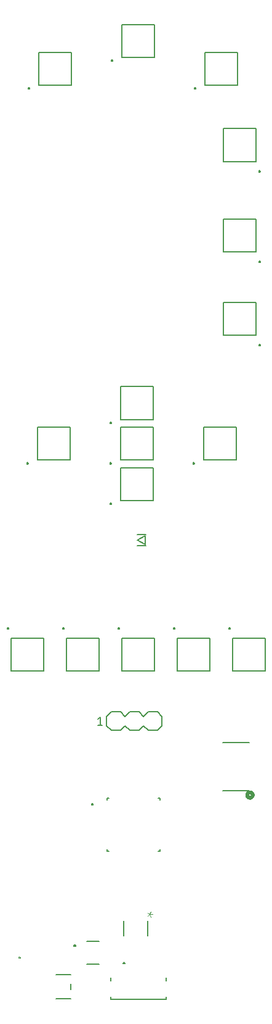
<source format=gbr>
G04 EAGLE Gerber RS-274X export*
G75*
%MOMM*%
%FSLAX34Y34*%
%LPD*%
%INSilkscreen Top*%
%IPPOS*%
%AMOC8*
5,1,8,0,0,1.08239X$1,22.5*%
G01*
%ADD10C,0.127000*%
%ADD11C,0.152400*%
%ADD12C,0.200000*%
%ADD13C,0.050000*%
%ADD14C,0.076200*%
%ADD15C,0.508000*%


D10*
X189072Y644016D02*
X201072Y644016D01*
X201072Y628016D02*
X189072Y628016D01*
X200072Y630016D02*
X200072Y642016D01*
X200072Y630016D02*
X189072Y636016D01*
X200072Y642016D01*
D11*
X147650Y282270D02*
X147650Y279770D01*
X147650Y282270D02*
X150150Y282270D01*
X218150Y282270D02*
X220650Y282270D01*
X220650Y279770D01*
X220650Y211770D02*
X220650Y209270D01*
X218150Y209270D01*
X150150Y209270D02*
X147650Y209270D01*
X147650Y211770D01*
D12*
X126150Y273770D02*
X126152Y273833D01*
X126158Y273895D01*
X126168Y273957D01*
X126181Y274019D01*
X126199Y274079D01*
X126220Y274138D01*
X126245Y274196D01*
X126274Y274252D01*
X126306Y274306D01*
X126341Y274358D01*
X126379Y274407D01*
X126421Y274455D01*
X126465Y274499D01*
X126513Y274541D01*
X126562Y274579D01*
X126614Y274614D01*
X126668Y274646D01*
X126724Y274675D01*
X126782Y274700D01*
X126841Y274721D01*
X126901Y274739D01*
X126963Y274752D01*
X127025Y274762D01*
X127087Y274768D01*
X127150Y274770D01*
X127213Y274768D01*
X127275Y274762D01*
X127337Y274752D01*
X127399Y274739D01*
X127459Y274721D01*
X127518Y274700D01*
X127576Y274675D01*
X127632Y274646D01*
X127686Y274614D01*
X127738Y274579D01*
X127787Y274541D01*
X127835Y274499D01*
X127879Y274455D01*
X127921Y274407D01*
X127959Y274358D01*
X127994Y274306D01*
X128026Y274252D01*
X128055Y274196D01*
X128080Y274138D01*
X128101Y274079D01*
X128119Y274019D01*
X128132Y273957D01*
X128142Y273895D01*
X128148Y273833D01*
X128150Y273770D01*
X128148Y273707D01*
X128142Y273645D01*
X128132Y273583D01*
X128119Y273521D01*
X128101Y273461D01*
X128080Y273402D01*
X128055Y273344D01*
X128026Y273288D01*
X127994Y273234D01*
X127959Y273182D01*
X127921Y273133D01*
X127879Y273085D01*
X127835Y273041D01*
X127787Y272999D01*
X127738Y272961D01*
X127686Y272926D01*
X127632Y272894D01*
X127576Y272865D01*
X127518Y272840D01*
X127459Y272819D01*
X127399Y272801D01*
X127337Y272788D01*
X127275Y272778D01*
X127213Y272772D01*
X127150Y272770D01*
X127087Y272772D01*
X127025Y272778D01*
X126963Y272788D01*
X126901Y272801D01*
X126841Y272819D01*
X126782Y272840D01*
X126724Y272865D01*
X126668Y272894D01*
X126614Y272926D01*
X126562Y272961D01*
X126513Y272999D01*
X126465Y273041D01*
X126421Y273085D01*
X126379Y273133D01*
X126341Y273182D01*
X126306Y273234D01*
X126274Y273288D01*
X126245Y273344D01*
X126220Y273402D01*
X126199Y273461D01*
X126181Y273521D01*
X126168Y273583D01*
X126158Y273645D01*
X126152Y273707D01*
X126150Y273770D01*
D10*
X119216Y85448D02*
X136816Y85448D01*
X136816Y54048D02*
X119216Y54048D01*
D12*
X102016Y79748D02*
X102018Y79811D01*
X102024Y79873D01*
X102034Y79935D01*
X102047Y79997D01*
X102065Y80057D01*
X102086Y80116D01*
X102111Y80174D01*
X102140Y80230D01*
X102172Y80284D01*
X102207Y80336D01*
X102245Y80385D01*
X102287Y80433D01*
X102331Y80477D01*
X102379Y80519D01*
X102428Y80557D01*
X102480Y80592D01*
X102534Y80624D01*
X102590Y80653D01*
X102648Y80678D01*
X102707Y80699D01*
X102767Y80717D01*
X102829Y80730D01*
X102891Y80740D01*
X102953Y80746D01*
X103016Y80748D01*
X103079Y80746D01*
X103141Y80740D01*
X103203Y80730D01*
X103265Y80717D01*
X103325Y80699D01*
X103384Y80678D01*
X103442Y80653D01*
X103498Y80624D01*
X103552Y80592D01*
X103604Y80557D01*
X103653Y80519D01*
X103701Y80477D01*
X103745Y80433D01*
X103787Y80385D01*
X103825Y80336D01*
X103860Y80284D01*
X103892Y80230D01*
X103921Y80174D01*
X103946Y80116D01*
X103967Y80057D01*
X103985Y79997D01*
X103998Y79935D01*
X104008Y79873D01*
X104014Y79811D01*
X104016Y79748D01*
X104014Y79685D01*
X104008Y79623D01*
X103998Y79561D01*
X103985Y79499D01*
X103967Y79439D01*
X103946Y79380D01*
X103921Y79322D01*
X103892Y79266D01*
X103860Y79212D01*
X103825Y79160D01*
X103787Y79111D01*
X103745Y79063D01*
X103701Y79019D01*
X103653Y78977D01*
X103604Y78939D01*
X103552Y78904D01*
X103498Y78872D01*
X103442Y78843D01*
X103384Y78818D01*
X103325Y78797D01*
X103265Y78779D01*
X103203Y78766D01*
X103141Y78756D01*
X103079Y78750D01*
X103016Y78748D01*
X102953Y78750D01*
X102891Y78756D01*
X102829Y78766D01*
X102767Y78779D01*
X102707Y78797D01*
X102648Y78818D01*
X102590Y78843D01*
X102534Y78872D01*
X102480Y78904D01*
X102428Y78939D01*
X102379Y78977D01*
X102331Y79019D01*
X102287Y79063D01*
X102245Y79111D01*
X102207Y79160D01*
X102172Y79212D01*
X102140Y79266D01*
X102111Y79322D01*
X102086Y79380D01*
X102065Y79439D01*
X102047Y79499D01*
X102034Y79561D01*
X102024Y79623D01*
X102018Y79685D01*
X102016Y79748D01*
D11*
X97714Y6807D02*
X77394Y6807D01*
X97714Y19761D02*
X97714Y26873D01*
X97714Y39827D02*
X77394Y39827D01*
D13*
X25715Y63422D02*
X25717Y63485D01*
X25723Y63547D01*
X25733Y63609D01*
X25746Y63671D01*
X25764Y63731D01*
X25785Y63790D01*
X25810Y63848D01*
X25839Y63904D01*
X25871Y63958D01*
X25906Y64010D01*
X25944Y64059D01*
X25986Y64107D01*
X26030Y64151D01*
X26078Y64193D01*
X26127Y64231D01*
X26179Y64266D01*
X26233Y64298D01*
X26289Y64327D01*
X26347Y64352D01*
X26406Y64373D01*
X26466Y64391D01*
X26528Y64404D01*
X26590Y64414D01*
X26652Y64420D01*
X26715Y64422D01*
X26778Y64420D01*
X26840Y64414D01*
X26902Y64404D01*
X26964Y64391D01*
X27024Y64373D01*
X27083Y64352D01*
X27141Y64327D01*
X27197Y64298D01*
X27251Y64266D01*
X27303Y64231D01*
X27352Y64193D01*
X27400Y64151D01*
X27444Y64107D01*
X27486Y64059D01*
X27524Y64010D01*
X27559Y63958D01*
X27591Y63904D01*
X27620Y63848D01*
X27645Y63790D01*
X27666Y63731D01*
X27684Y63671D01*
X27697Y63609D01*
X27707Y63547D01*
X27713Y63485D01*
X27715Y63422D01*
X27713Y63359D01*
X27707Y63297D01*
X27697Y63235D01*
X27684Y63173D01*
X27666Y63113D01*
X27645Y63054D01*
X27620Y62996D01*
X27591Y62940D01*
X27559Y62886D01*
X27524Y62834D01*
X27486Y62785D01*
X27444Y62737D01*
X27400Y62693D01*
X27352Y62651D01*
X27303Y62613D01*
X27251Y62578D01*
X27197Y62546D01*
X27141Y62517D01*
X27083Y62492D01*
X27024Y62471D01*
X26964Y62453D01*
X26902Y62440D01*
X26840Y62430D01*
X26778Y62424D01*
X26715Y62422D01*
X26652Y62424D01*
X26590Y62430D01*
X26528Y62440D01*
X26466Y62453D01*
X26406Y62471D01*
X26347Y62492D01*
X26289Y62517D01*
X26233Y62546D01*
X26179Y62578D01*
X26127Y62613D01*
X26078Y62651D01*
X26030Y62693D01*
X25986Y62737D01*
X25944Y62785D01*
X25906Y62834D01*
X25871Y62886D01*
X25839Y62940D01*
X25810Y62996D01*
X25785Y63054D01*
X25764Y63113D01*
X25746Y63173D01*
X25733Y63235D01*
X25723Y63297D01*
X25717Y63359D01*
X25715Y63422D01*
D11*
X170358Y93599D02*
X170358Y113919D01*
X203378Y113919D02*
X203378Y93599D01*
D14*
X206115Y122590D02*
X210095Y122590D01*
X206115Y122590D02*
X203131Y120269D01*
X206115Y122590D02*
X203131Y124912D01*
X206115Y122590D02*
X207442Y118943D01*
X206115Y122590D02*
X207442Y126238D01*
D11*
X306273Y358673D02*
X342849Y358673D01*
X342849Y292633D02*
X306273Y292633D01*
D15*
X344119Y290093D02*
X344241Y290091D01*
X344363Y290085D01*
X344485Y290075D01*
X344606Y290062D01*
X344727Y290044D01*
X344847Y290023D01*
X344967Y289997D01*
X345085Y289968D01*
X345203Y289936D01*
X345320Y289899D01*
X345435Y289859D01*
X345549Y289815D01*
X345661Y289767D01*
X345772Y289716D01*
X345881Y289661D01*
X345989Y289603D01*
X346094Y289541D01*
X346197Y289476D01*
X346299Y289408D01*
X346398Y289336D01*
X346494Y289262D01*
X346589Y289184D01*
X346680Y289103D01*
X346770Y289020D01*
X346856Y288934D01*
X346939Y288844D01*
X347020Y288753D01*
X347098Y288658D01*
X347172Y288562D01*
X347244Y288463D01*
X347312Y288361D01*
X347377Y288258D01*
X347439Y288153D01*
X347497Y288045D01*
X347552Y287936D01*
X347603Y287825D01*
X347651Y287713D01*
X347695Y287599D01*
X347735Y287484D01*
X347772Y287367D01*
X347804Y287249D01*
X347833Y287131D01*
X347859Y287011D01*
X347880Y286891D01*
X347898Y286770D01*
X347911Y286649D01*
X347921Y286527D01*
X347927Y286405D01*
X347929Y286283D01*
X347927Y286161D01*
X347921Y286039D01*
X347911Y285917D01*
X347898Y285796D01*
X347880Y285675D01*
X347859Y285555D01*
X347833Y285435D01*
X347804Y285317D01*
X347772Y285199D01*
X347735Y285082D01*
X347695Y284967D01*
X347651Y284853D01*
X347603Y284741D01*
X347552Y284630D01*
X347497Y284521D01*
X347439Y284413D01*
X347377Y284308D01*
X347312Y284205D01*
X347244Y284103D01*
X347172Y284004D01*
X347098Y283908D01*
X347020Y283813D01*
X346939Y283722D01*
X346856Y283632D01*
X346770Y283546D01*
X346680Y283463D01*
X346589Y283382D01*
X346494Y283304D01*
X346398Y283230D01*
X346299Y283158D01*
X346197Y283090D01*
X346094Y283025D01*
X345989Y282963D01*
X345881Y282905D01*
X345772Y282850D01*
X345661Y282799D01*
X345549Y282751D01*
X345435Y282707D01*
X345320Y282667D01*
X345203Y282630D01*
X345085Y282598D01*
X344967Y282569D01*
X344847Y282543D01*
X344727Y282522D01*
X344606Y282504D01*
X344485Y282491D01*
X344363Y282481D01*
X344241Y282475D01*
X344119Y282473D01*
X343997Y282475D01*
X343875Y282481D01*
X343753Y282491D01*
X343632Y282504D01*
X343511Y282522D01*
X343391Y282543D01*
X343271Y282569D01*
X343153Y282598D01*
X343035Y282630D01*
X342918Y282667D01*
X342803Y282707D01*
X342689Y282751D01*
X342577Y282799D01*
X342466Y282850D01*
X342357Y282905D01*
X342249Y282963D01*
X342144Y283025D01*
X342041Y283090D01*
X341939Y283158D01*
X341840Y283230D01*
X341744Y283304D01*
X341649Y283382D01*
X341558Y283463D01*
X341468Y283546D01*
X341382Y283632D01*
X341299Y283722D01*
X341218Y283813D01*
X341140Y283908D01*
X341066Y284004D01*
X340994Y284103D01*
X340926Y284205D01*
X340861Y284308D01*
X340799Y284413D01*
X340741Y284521D01*
X340686Y284630D01*
X340635Y284741D01*
X340587Y284853D01*
X340543Y284967D01*
X340503Y285082D01*
X340466Y285199D01*
X340434Y285317D01*
X340405Y285435D01*
X340379Y285555D01*
X340358Y285675D01*
X340340Y285796D01*
X340327Y285917D01*
X340317Y286039D01*
X340311Y286161D01*
X340309Y286283D01*
X340311Y286405D01*
X340317Y286527D01*
X340327Y286649D01*
X340340Y286770D01*
X340358Y286891D01*
X340379Y287011D01*
X340405Y287131D01*
X340434Y287249D01*
X340466Y287367D01*
X340503Y287484D01*
X340543Y287599D01*
X340587Y287713D01*
X340635Y287825D01*
X340686Y287936D01*
X340741Y288045D01*
X340799Y288153D01*
X340861Y288258D01*
X340926Y288361D01*
X340994Y288463D01*
X341066Y288562D01*
X341140Y288658D01*
X341218Y288753D01*
X341299Y288844D01*
X341382Y288934D01*
X341468Y289020D01*
X341558Y289103D01*
X341649Y289184D01*
X341744Y289262D01*
X341840Y289336D01*
X341939Y289408D01*
X342041Y289476D01*
X342144Y289541D01*
X342249Y289603D01*
X342357Y289661D01*
X342466Y289716D01*
X342577Y289767D01*
X342689Y289815D01*
X342803Y289859D01*
X342918Y289899D01*
X343035Y289936D01*
X343153Y289968D01*
X343271Y289997D01*
X343391Y290023D01*
X343511Y290044D01*
X343632Y290062D01*
X343753Y290075D01*
X343875Y290085D01*
X343997Y290091D01*
X344119Y290093D01*
D12*
X169754Y55828D02*
X169756Y55891D01*
X169762Y55953D01*
X169772Y56015D01*
X169785Y56077D01*
X169803Y56137D01*
X169824Y56196D01*
X169849Y56254D01*
X169878Y56310D01*
X169910Y56364D01*
X169945Y56416D01*
X169983Y56465D01*
X170025Y56513D01*
X170069Y56557D01*
X170117Y56599D01*
X170166Y56637D01*
X170218Y56672D01*
X170272Y56704D01*
X170328Y56733D01*
X170386Y56758D01*
X170445Y56779D01*
X170505Y56797D01*
X170567Y56810D01*
X170629Y56820D01*
X170691Y56826D01*
X170754Y56828D01*
X170817Y56826D01*
X170879Y56820D01*
X170941Y56810D01*
X171003Y56797D01*
X171063Y56779D01*
X171122Y56758D01*
X171180Y56733D01*
X171236Y56704D01*
X171290Y56672D01*
X171342Y56637D01*
X171391Y56599D01*
X171439Y56557D01*
X171483Y56513D01*
X171525Y56465D01*
X171563Y56416D01*
X171598Y56364D01*
X171630Y56310D01*
X171659Y56254D01*
X171684Y56196D01*
X171705Y56137D01*
X171723Y56077D01*
X171736Y56015D01*
X171746Y55953D01*
X171752Y55891D01*
X171754Y55828D01*
X171752Y55765D01*
X171746Y55703D01*
X171736Y55641D01*
X171723Y55579D01*
X171705Y55519D01*
X171684Y55460D01*
X171659Y55402D01*
X171630Y55346D01*
X171598Y55292D01*
X171563Y55240D01*
X171525Y55191D01*
X171483Y55143D01*
X171439Y55099D01*
X171391Y55057D01*
X171342Y55019D01*
X171290Y54984D01*
X171236Y54952D01*
X171180Y54923D01*
X171122Y54898D01*
X171063Y54877D01*
X171003Y54859D01*
X170941Y54846D01*
X170879Y54836D01*
X170817Y54830D01*
X170754Y54828D01*
X170691Y54830D01*
X170629Y54836D01*
X170567Y54846D01*
X170505Y54859D01*
X170445Y54877D01*
X170386Y54898D01*
X170328Y54923D01*
X170272Y54952D01*
X170218Y54984D01*
X170166Y55019D01*
X170117Y55057D01*
X170069Y55099D01*
X170025Y55143D01*
X169983Y55191D01*
X169945Y55240D01*
X169910Y55292D01*
X169878Y55346D01*
X169849Y55402D01*
X169824Y55460D01*
X169803Y55519D01*
X169785Y55579D01*
X169772Y55641D01*
X169762Y55703D01*
X169756Y55765D01*
X169754Y55828D01*
D10*
X152754Y6328D02*
X228754Y6328D01*
X152754Y31828D02*
X152754Y35828D01*
X228754Y35828D02*
X228754Y31828D01*
X152754Y9828D02*
X152754Y6828D01*
X228754Y6828D02*
X228754Y9828D01*
D12*
X153500Y1293800D02*
X153502Y1293863D01*
X153508Y1293925D01*
X153518Y1293987D01*
X153531Y1294049D01*
X153549Y1294109D01*
X153570Y1294168D01*
X153595Y1294226D01*
X153624Y1294282D01*
X153656Y1294336D01*
X153691Y1294388D01*
X153729Y1294437D01*
X153771Y1294485D01*
X153815Y1294529D01*
X153863Y1294571D01*
X153912Y1294609D01*
X153964Y1294644D01*
X154018Y1294676D01*
X154074Y1294705D01*
X154132Y1294730D01*
X154191Y1294751D01*
X154251Y1294769D01*
X154313Y1294782D01*
X154375Y1294792D01*
X154437Y1294798D01*
X154500Y1294800D01*
X154563Y1294798D01*
X154625Y1294792D01*
X154687Y1294782D01*
X154749Y1294769D01*
X154809Y1294751D01*
X154868Y1294730D01*
X154926Y1294705D01*
X154982Y1294676D01*
X155036Y1294644D01*
X155088Y1294609D01*
X155137Y1294571D01*
X155185Y1294529D01*
X155229Y1294485D01*
X155271Y1294437D01*
X155309Y1294388D01*
X155344Y1294336D01*
X155376Y1294282D01*
X155405Y1294226D01*
X155430Y1294168D01*
X155451Y1294109D01*
X155469Y1294049D01*
X155482Y1293987D01*
X155492Y1293925D01*
X155498Y1293863D01*
X155500Y1293800D01*
X155498Y1293737D01*
X155492Y1293675D01*
X155482Y1293613D01*
X155469Y1293551D01*
X155451Y1293491D01*
X155430Y1293432D01*
X155405Y1293374D01*
X155376Y1293318D01*
X155344Y1293264D01*
X155309Y1293212D01*
X155271Y1293163D01*
X155229Y1293115D01*
X155185Y1293071D01*
X155137Y1293029D01*
X155088Y1292991D01*
X155036Y1292956D01*
X154982Y1292924D01*
X154926Y1292895D01*
X154868Y1292870D01*
X154809Y1292849D01*
X154749Y1292831D01*
X154687Y1292818D01*
X154625Y1292808D01*
X154563Y1292802D01*
X154500Y1292800D01*
X154437Y1292802D01*
X154375Y1292808D01*
X154313Y1292818D01*
X154251Y1292831D01*
X154191Y1292849D01*
X154132Y1292870D01*
X154074Y1292895D01*
X154018Y1292924D01*
X153964Y1292956D01*
X153912Y1292991D01*
X153863Y1293029D01*
X153815Y1293071D01*
X153771Y1293115D01*
X153729Y1293163D01*
X153691Y1293212D01*
X153656Y1293264D01*
X153624Y1293318D01*
X153595Y1293374D01*
X153570Y1293432D01*
X153549Y1293491D01*
X153531Y1293551D01*
X153518Y1293613D01*
X153508Y1293675D01*
X153502Y1293737D01*
X153500Y1293800D01*
D10*
X168000Y1298300D02*
X213000Y1298300D01*
X168000Y1298300D02*
X168000Y1343300D01*
X213000Y1343300D01*
X213000Y1298300D01*
D12*
X356200Y1017948D02*
X356202Y1018011D01*
X356208Y1018073D01*
X356218Y1018135D01*
X356231Y1018197D01*
X356249Y1018257D01*
X356270Y1018316D01*
X356295Y1018374D01*
X356324Y1018430D01*
X356356Y1018484D01*
X356391Y1018536D01*
X356429Y1018585D01*
X356471Y1018633D01*
X356515Y1018677D01*
X356563Y1018719D01*
X356612Y1018757D01*
X356664Y1018792D01*
X356718Y1018824D01*
X356774Y1018853D01*
X356832Y1018878D01*
X356891Y1018899D01*
X356951Y1018917D01*
X357013Y1018930D01*
X357075Y1018940D01*
X357137Y1018946D01*
X357200Y1018948D01*
X357263Y1018946D01*
X357325Y1018940D01*
X357387Y1018930D01*
X357449Y1018917D01*
X357509Y1018899D01*
X357568Y1018878D01*
X357626Y1018853D01*
X357682Y1018824D01*
X357736Y1018792D01*
X357788Y1018757D01*
X357837Y1018719D01*
X357885Y1018677D01*
X357929Y1018633D01*
X357971Y1018585D01*
X358009Y1018536D01*
X358044Y1018484D01*
X358076Y1018430D01*
X358105Y1018374D01*
X358130Y1018316D01*
X358151Y1018257D01*
X358169Y1018197D01*
X358182Y1018135D01*
X358192Y1018073D01*
X358198Y1018011D01*
X358200Y1017948D01*
X358198Y1017885D01*
X358192Y1017823D01*
X358182Y1017761D01*
X358169Y1017699D01*
X358151Y1017639D01*
X358130Y1017580D01*
X358105Y1017522D01*
X358076Y1017466D01*
X358044Y1017412D01*
X358009Y1017360D01*
X357971Y1017311D01*
X357929Y1017263D01*
X357885Y1017219D01*
X357837Y1017177D01*
X357788Y1017139D01*
X357736Y1017104D01*
X357682Y1017072D01*
X357626Y1017043D01*
X357568Y1017018D01*
X357509Y1016997D01*
X357449Y1016979D01*
X357387Y1016966D01*
X357325Y1016956D01*
X357263Y1016950D01*
X357200Y1016948D01*
X357137Y1016950D01*
X357075Y1016956D01*
X357013Y1016966D01*
X356951Y1016979D01*
X356891Y1016997D01*
X356832Y1017018D01*
X356774Y1017043D01*
X356718Y1017072D01*
X356664Y1017104D01*
X356612Y1017139D01*
X356563Y1017177D01*
X356515Y1017219D01*
X356471Y1017263D01*
X356429Y1017311D01*
X356391Y1017360D01*
X356356Y1017412D01*
X356324Y1017466D01*
X356295Y1017522D01*
X356270Y1017580D01*
X356249Y1017639D01*
X356231Y1017699D01*
X356218Y1017761D01*
X356208Y1017823D01*
X356202Y1017885D01*
X356200Y1017948D01*
D10*
X352700Y1031448D02*
X352700Y1076448D01*
X352700Y1031448D02*
X307700Y1031448D01*
X307700Y1076448D01*
X352700Y1076448D01*
D12*
X356200Y903800D02*
X356202Y903863D01*
X356208Y903925D01*
X356218Y903987D01*
X356231Y904049D01*
X356249Y904109D01*
X356270Y904168D01*
X356295Y904226D01*
X356324Y904282D01*
X356356Y904336D01*
X356391Y904388D01*
X356429Y904437D01*
X356471Y904485D01*
X356515Y904529D01*
X356563Y904571D01*
X356612Y904609D01*
X356664Y904644D01*
X356718Y904676D01*
X356774Y904705D01*
X356832Y904730D01*
X356891Y904751D01*
X356951Y904769D01*
X357013Y904782D01*
X357075Y904792D01*
X357137Y904798D01*
X357200Y904800D01*
X357263Y904798D01*
X357325Y904792D01*
X357387Y904782D01*
X357449Y904769D01*
X357509Y904751D01*
X357568Y904730D01*
X357626Y904705D01*
X357682Y904676D01*
X357736Y904644D01*
X357788Y904609D01*
X357837Y904571D01*
X357885Y904529D01*
X357929Y904485D01*
X357971Y904437D01*
X358009Y904388D01*
X358044Y904336D01*
X358076Y904282D01*
X358105Y904226D01*
X358130Y904168D01*
X358151Y904109D01*
X358169Y904049D01*
X358182Y903987D01*
X358192Y903925D01*
X358198Y903863D01*
X358200Y903800D01*
X358198Y903737D01*
X358192Y903675D01*
X358182Y903613D01*
X358169Y903551D01*
X358151Y903491D01*
X358130Y903432D01*
X358105Y903374D01*
X358076Y903318D01*
X358044Y903264D01*
X358009Y903212D01*
X357971Y903163D01*
X357929Y903115D01*
X357885Y903071D01*
X357837Y903029D01*
X357788Y902991D01*
X357736Y902956D01*
X357682Y902924D01*
X357626Y902895D01*
X357568Y902870D01*
X357509Y902849D01*
X357449Y902831D01*
X357387Y902818D01*
X357325Y902808D01*
X357263Y902802D01*
X357200Y902800D01*
X357137Y902802D01*
X357075Y902808D01*
X357013Y902818D01*
X356951Y902831D01*
X356891Y902849D01*
X356832Y902870D01*
X356774Y902895D01*
X356718Y902924D01*
X356664Y902956D01*
X356612Y902991D01*
X356563Y903029D01*
X356515Y903071D01*
X356471Y903115D01*
X356429Y903163D01*
X356391Y903212D01*
X356356Y903264D01*
X356324Y903318D01*
X356295Y903374D01*
X356270Y903432D01*
X356249Y903491D01*
X356231Y903551D01*
X356218Y903613D01*
X356208Y903675D01*
X356202Y903737D01*
X356200Y903800D01*
D10*
X352700Y917300D02*
X352700Y962300D01*
X352700Y917300D02*
X307700Y917300D01*
X307700Y962300D01*
X352700Y962300D01*
D12*
X10100Y514790D02*
X10102Y514853D01*
X10108Y514915D01*
X10118Y514977D01*
X10131Y515039D01*
X10149Y515099D01*
X10170Y515158D01*
X10195Y515216D01*
X10224Y515272D01*
X10256Y515326D01*
X10291Y515378D01*
X10329Y515427D01*
X10371Y515475D01*
X10415Y515519D01*
X10463Y515561D01*
X10512Y515599D01*
X10564Y515634D01*
X10618Y515666D01*
X10674Y515695D01*
X10732Y515720D01*
X10791Y515741D01*
X10851Y515759D01*
X10913Y515772D01*
X10975Y515782D01*
X11037Y515788D01*
X11100Y515790D01*
X11163Y515788D01*
X11225Y515782D01*
X11287Y515772D01*
X11349Y515759D01*
X11409Y515741D01*
X11468Y515720D01*
X11526Y515695D01*
X11582Y515666D01*
X11636Y515634D01*
X11688Y515599D01*
X11737Y515561D01*
X11785Y515519D01*
X11829Y515475D01*
X11871Y515427D01*
X11909Y515378D01*
X11944Y515326D01*
X11976Y515272D01*
X12005Y515216D01*
X12030Y515158D01*
X12051Y515099D01*
X12069Y515039D01*
X12082Y514977D01*
X12092Y514915D01*
X12098Y514853D01*
X12100Y514790D01*
X12098Y514727D01*
X12092Y514665D01*
X12082Y514603D01*
X12069Y514541D01*
X12051Y514481D01*
X12030Y514422D01*
X12005Y514364D01*
X11976Y514308D01*
X11944Y514254D01*
X11909Y514202D01*
X11871Y514153D01*
X11829Y514105D01*
X11785Y514061D01*
X11737Y514019D01*
X11688Y513981D01*
X11636Y513946D01*
X11582Y513914D01*
X11526Y513885D01*
X11468Y513860D01*
X11409Y513839D01*
X11349Y513821D01*
X11287Y513808D01*
X11225Y513798D01*
X11163Y513792D01*
X11100Y513790D01*
X11037Y513792D01*
X10975Y513798D01*
X10913Y513808D01*
X10851Y513821D01*
X10791Y513839D01*
X10732Y513860D01*
X10674Y513885D01*
X10618Y513914D01*
X10564Y513946D01*
X10512Y513981D01*
X10463Y514019D01*
X10415Y514061D01*
X10371Y514105D01*
X10329Y514153D01*
X10291Y514202D01*
X10256Y514254D01*
X10224Y514308D01*
X10195Y514364D01*
X10170Y514422D01*
X10149Y514481D01*
X10131Y514541D01*
X10118Y514603D01*
X10108Y514665D01*
X10102Y514727D01*
X10100Y514790D01*
D10*
X15600Y501290D02*
X15600Y456290D01*
X15600Y501290D02*
X60600Y501290D01*
X60600Y456290D01*
X15600Y456290D01*
D12*
X86300Y514790D02*
X86302Y514853D01*
X86308Y514915D01*
X86318Y514977D01*
X86331Y515039D01*
X86349Y515099D01*
X86370Y515158D01*
X86395Y515216D01*
X86424Y515272D01*
X86456Y515326D01*
X86491Y515378D01*
X86529Y515427D01*
X86571Y515475D01*
X86615Y515519D01*
X86663Y515561D01*
X86712Y515599D01*
X86764Y515634D01*
X86818Y515666D01*
X86874Y515695D01*
X86932Y515720D01*
X86991Y515741D01*
X87051Y515759D01*
X87113Y515772D01*
X87175Y515782D01*
X87237Y515788D01*
X87300Y515790D01*
X87363Y515788D01*
X87425Y515782D01*
X87487Y515772D01*
X87549Y515759D01*
X87609Y515741D01*
X87668Y515720D01*
X87726Y515695D01*
X87782Y515666D01*
X87836Y515634D01*
X87888Y515599D01*
X87937Y515561D01*
X87985Y515519D01*
X88029Y515475D01*
X88071Y515427D01*
X88109Y515378D01*
X88144Y515326D01*
X88176Y515272D01*
X88205Y515216D01*
X88230Y515158D01*
X88251Y515099D01*
X88269Y515039D01*
X88282Y514977D01*
X88292Y514915D01*
X88298Y514853D01*
X88300Y514790D01*
X88298Y514727D01*
X88292Y514665D01*
X88282Y514603D01*
X88269Y514541D01*
X88251Y514481D01*
X88230Y514422D01*
X88205Y514364D01*
X88176Y514308D01*
X88144Y514254D01*
X88109Y514202D01*
X88071Y514153D01*
X88029Y514105D01*
X87985Y514061D01*
X87937Y514019D01*
X87888Y513981D01*
X87836Y513946D01*
X87782Y513914D01*
X87726Y513885D01*
X87668Y513860D01*
X87609Y513839D01*
X87549Y513821D01*
X87487Y513808D01*
X87425Y513798D01*
X87363Y513792D01*
X87300Y513790D01*
X87237Y513792D01*
X87175Y513798D01*
X87113Y513808D01*
X87051Y513821D01*
X86991Y513839D01*
X86932Y513860D01*
X86874Y513885D01*
X86818Y513914D01*
X86764Y513946D01*
X86712Y513981D01*
X86663Y514019D01*
X86615Y514061D01*
X86571Y514105D01*
X86529Y514153D01*
X86491Y514202D01*
X86456Y514254D01*
X86424Y514308D01*
X86395Y514364D01*
X86370Y514422D01*
X86349Y514481D01*
X86331Y514541D01*
X86318Y514603D01*
X86308Y514665D01*
X86302Y514727D01*
X86300Y514790D01*
D10*
X91800Y501290D02*
X91800Y456290D01*
X91800Y501290D02*
X136800Y501290D01*
X136800Y456290D01*
X91800Y456290D01*
D12*
X162500Y514790D02*
X162502Y514853D01*
X162508Y514915D01*
X162518Y514977D01*
X162531Y515039D01*
X162549Y515099D01*
X162570Y515158D01*
X162595Y515216D01*
X162624Y515272D01*
X162656Y515326D01*
X162691Y515378D01*
X162729Y515427D01*
X162771Y515475D01*
X162815Y515519D01*
X162863Y515561D01*
X162912Y515599D01*
X162964Y515634D01*
X163018Y515666D01*
X163074Y515695D01*
X163132Y515720D01*
X163191Y515741D01*
X163251Y515759D01*
X163313Y515772D01*
X163375Y515782D01*
X163437Y515788D01*
X163500Y515790D01*
X163563Y515788D01*
X163625Y515782D01*
X163687Y515772D01*
X163749Y515759D01*
X163809Y515741D01*
X163868Y515720D01*
X163926Y515695D01*
X163982Y515666D01*
X164036Y515634D01*
X164088Y515599D01*
X164137Y515561D01*
X164185Y515519D01*
X164229Y515475D01*
X164271Y515427D01*
X164309Y515378D01*
X164344Y515326D01*
X164376Y515272D01*
X164405Y515216D01*
X164430Y515158D01*
X164451Y515099D01*
X164469Y515039D01*
X164482Y514977D01*
X164492Y514915D01*
X164498Y514853D01*
X164500Y514790D01*
X164498Y514727D01*
X164492Y514665D01*
X164482Y514603D01*
X164469Y514541D01*
X164451Y514481D01*
X164430Y514422D01*
X164405Y514364D01*
X164376Y514308D01*
X164344Y514254D01*
X164309Y514202D01*
X164271Y514153D01*
X164229Y514105D01*
X164185Y514061D01*
X164137Y514019D01*
X164088Y513981D01*
X164036Y513946D01*
X163982Y513914D01*
X163926Y513885D01*
X163868Y513860D01*
X163809Y513839D01*
X163749Y513821D01*
X163687Y513808D01*
X163625Y513798D01*
X163563Y513792D01*
X163500Y513790D01*
X163437Y513792D01*
X163375Y513798D01*
X163313Y513808D01*
X163251Y513821D01*
X163191Y513839D01*
X163132Y513860D01*
X163074Y513885D01*
X163018Y513914D01*
X162964Y513946D01*
X162912Y513981D01*
X162863Y514019D01*
X162815Y514061D01*
X162771Y514105D01*
X162729Y514153D01*
X162691Y514202D01*
X162656Y514254D01*
X162624Y514308D01*
X162595Y514364D01*
X162570Y514422D01*
X162549Y514481D01*
X162531Y514541D01*
X162518Y514603D01*
X162508Y514665D01*
X162502Y514727D01*
X162500Y514790D01*
D10*
X168000Y501290D02*
X168000Y456290D01*
X168000Y501290D02*
X213000Y501290D01*
X213000Y456290D01*
X168000Y456290D01*
D12*
X238700Y514790D02*
X238702Y514853D01*
X238708Y514915D01*
X238718Y514977D01*
X238731Y515039D01*
X238749Y515099D01*
X238770Y515158D01*
X238795Y515216D01*
X238824Y515272D01*
X238856Y515326D01*
X238891Y515378D01*
X238929Y515427D01*
X238971Y515475D01*
X239015Y515519D01*
X239063Y515561D01*
X239112Y515599D01*
X239164Y515634D01*
X239218Y515666D01*
X239274Y515695D01*
X239332Y515720D01*
X239391Y515741D01*
X239451Y515759D01*
X239513Y515772D01*
X239575Y515782D01*
X239637Y515788D01*
X239700Y515790D01*
X239763Y515788D01*
X239825Y515782D01*
X239887Y515772D01*
X239949Y515759D01*
X240009Y515741D01*
X240068Y515720D01*
X240126Y515695D01*
X240182Y515666D01*
X240236Y515634D01*
X240288Y515599D01*
X240337Y515561D01*
X240385Y515519D01*
X240429Y515475D01*
X240471Y515427D01*
X240509Y515378D01*
X240544Y515326D01*
X240576Y515272D01*
X240605Y515216D01*
X240630Y515158D01*
X240651Y515099D01*
X240669Y515039D01*
X240682Y514977D01*
X240692Y514915D01*
X240698Y514853D01*
X240700Y514790D01*
X240698Y514727D01*
X240692Y514665D01*
X240682Y514603D01*
X240669Y514541D01*
X240651Y514481D01*
X240630Y514422D01*
X240605Y514364D01*
X240576Y514308D01*
X240544Y514254D01*
X240509Y514202D01*
X240471Y514153D01*
X240429Y514105D01*
X240385Y514061D01*
X240337Y514019D01*
X240288Y513981D01*
X240236Y513946D01*
X240182Y513914D01*
X240126Y513885D01*
X240068Y513860D01*
X240009Y513839D01*
X239949Y513821D01*
X239887Y513808D01*
X239825Y513798D01*
X239763Y513792D01*
X239700Y513790D01*
X239637Y513792D01*
X239575Y513798D01*
X239513Y513808D01*
X239451Y513821D01*
X239391Y513839D01*
X239332Y513860D01*
X239274Y513885D01*
X239218Y513914D01*
X239164Y513946D01*
X239112Y513981D01*
X239063Y514019D01*
X239015Y514061D01*
X238971Y514105D01*
X238929Y514153D01*
X238891Y514202D01*
X238856Y514254D01*
X238824Y514308D01*
X238795Y514364D01*
X238770Y514422D01*
X238749Y514481D01*
X238731Y514541D01*
X238718Y514603D01*
X238708Y514665D01*
X238702Y514727D01*
X238700Y514790D01*
D10*
X244200Y501290D02*
X244200Y456290D01*
X244200Y501290D02*
X289200Y501290D01*
X289200Y456290D01*
X244200Y456290D01*
D12*
X314900Y514790D02*
X314902Y514853D01*
X314908Y514915D01*
X314918Y514977D01*
X314931Y515039D01*
X314949Y515099D01*
X314970Y515158D01*
X314995Y515216D01*
X315024Y515272D01*
X315056Y515326D01*
X315091Y515378D01*
X315129Y515427D01*
X315171Y515475D01*
X315215Y515519D01*
X315263Y515561D01*
X315312Y515599D01*
X315364Y515634D01*
X315418Y515666D01*
X315474Y515695D01*
X315532Y515720D01*
X315591Y515741D01*
X315651Y515759D01*
X315713Y515772D01*
X315775Y515782D01*
X315837Y515788D01*
X315900Y515790D01*
X315963Y515788D01*
X316025Y515782D01*
X316087Y515772D01*
X316149Y515759D01*
X316209Y515741D01*
X316268Y515720D01*
X316326Y515695D01*
X316382Y515666D01*
X316436Y515634D01*
X316488Y515599D01*
X316537Y515561D01*
X316585Y515519D01*
X316629Y515475D01*
X316671Y515427D01*
X316709Y515378D01*
X316744Y515326D01*
X316776Y515272D01*
X316805Y515216D01*
X316830Y515158D01*
X316851Y515099D01*
X316869Y515039D01*
X316882Y514977D01*
X316892Y514915D01*
X316898Y514853D01*
X316900Y514790D01*
X316898Y514727D01*
X316892Y514665D01*
X316882Y514603D01*
X316869Y514541D01*
X316851Y514481D01*
X316830Y514422D01*
X316805Y514364D01*
X316776Y514308D01*
X316744Y514254D01*
X316709Y514202D01*
X316671Y514153D01*
X316629Y514105D01*
X316585Y514061D01*
X316537Y514019D01*
X316488Y513981D01*
X316436Y513946D01*
X316382Y513914D01*
X316326Y513885D01*
X316268Y513860D01*
X316209Y513839D01*
X316149Y513821D01*
X316087Y513808D01*
X316025Y513798D01*
X315963Y513792D01*
X315900Y513790D01*
X315837Y513792D01*
X315775Y513798D01*
X315713Y513808D01*
X315651Y513821D01*
X315591Y513839D01*
X315532Y513860D01*
X315474Y513885D01*
X315418Y513914D01*
X315364Y513946D01*
X315312Y513981D01*
X315263Y514019D01*
X315215Y514061D01*
X315171Y514105D01*
X315129Y514153D01*
X315091Y514202D01*
X315056Y514254D01*
X315024Y514308D01*
X314995Y514364D01*
X314970Y514422D01*
X314949Y514481D01*
X314931Y514541D01*
X314918Y514603D01*
X314908Y514665D01*
X314902Y514727D01*
X314900Y514790D01*
D10*
X320400Y501290D02*
X320400Y456290D01*
X320400Y501290D02*
X365400Y501290D01*
X365400Y456290D01*
X320400Y456290D01*
D12*
X39200Y1255700D02*
X39202Y1255763D01*
X39208Y1255825D01*
X39218Y1255887D01*
X39231Y1255949D01*
X39249Y1256009D01*
X39270Y1256068D01*
X39295Y1256126D01*
X39324Y1256182D01*
X39356Y1256236D01*
X39391Y1256288D01*
X39429Y1256337D01*
X39471Y1256385D01*
X39515Y1256429D01*
X39563Y1256471D01*
X39612Y1256509D01*
X39664Y1256544D01*
X39718Y1256576D01*
X39774Y1256605D01*
X39832Y1256630D01*
X39891Y1256651D01*
X39951Y1256669D01*
X40013Y1256682D01*
X40075Y1256692D01*
X40137Y1256698D01*
X40200Y1256700D01*
X40263Y1256698D01*
X40325Y1256692D01*
X40387Y1256682D01*
X40449Y1256669D01*
X40509Y1256651D01*
X40568Y1256630D01*
X40626Y1256605D01*
X40682Y1256576D01*
X40736Y1256544D01*
X40788Y1256509D01*
X40837Y1256471D01*
X40885Y1256429D01*
X40929Y1256385D01*
X40971Y1256337D01*
X41009Y1256288D01*
X41044Y1256236D01*
X41076Y1256182D01*
X41105Y1256126D01*
X41130Y1256068D01*
X41151Y1256009D01*
X41169Y1255949D01*
X41182Y1255887D01*
X41192Y1255825D01*
X41198Y1255763D01*
X41200Y1255700D01*
X41198Y1255637D01*
X41192Y1255575D01*
X41182Y1255513D01*
X41169Y1255451D01*
X41151Y1255391D01*
X41130Y1255332D01*
X41105Y1255274D01*
X41076Y1255218D01*
X41044Y1255164D01*
X41009Y1255112D01*
X40971Y1255063D01*
X40929Y1255015D01*
X40885Y1254971D01*
X40837Y1254929D01*
X40788Y1254891D01*
X40736Y1254856D01*
X40682Y1254824D01*
X40626Y1254795D01*
X40568Y1254770D01*
X40509Y1254749D01*
X40449Y1254731D01*
X40387Y1254718D01*
X40325Y1254708D01*
X40263Y1254702D01*
X40200Y1254700D01*
X40137Y1254702D01*
X40075Y1254708D01*
X40013Y1254718D01*
X39951Y1254731D01*
X39891Y1254749D01*
X39832Y1254770D01*
X39774Y1254795D01*
X39718Y1254824D01*
X39664Y1254856D01*
X39612Y1254891D01*
X39563Y1254929D01*
X39515Y1254971D01*
X39471Y1255015D01*
X39429Y1255063D01*
X39391Y1255112D01*
X39356Y1255164D01*
X39324Y1255218D01*
X39295Y1255274D01*
X39270Y1255332D01*
X39249Y1255391D01*
X39231Y1255451D01*
X39218Y1255513D01*
X39208Y1255575D01*
X39202Y1255637D01*
X39200Y1255700D01*
D10*
X53700Y1260200D02*
X98700Y1260200D01*
X53700Y1260200D02*
X53700Y1305200D01*
X98700Y1305200D01*
X98700Y1260200D01*
D12*
X267800Y1255700D02*
X267802Y1255763D01*
X267808Y1255825D01*
X267818Y1255887D01*
X267831Y1255949D01*
X267849Y1256009D01*
X267870Y1256068D01*
X267895Y1256126D01*
X267924Y1256182D01*
X267956Y1256236D01*
X267991Y1256288D01*
X268029Y1256337D01*
X268071Y1256385D01*
X268115Y1256429D01*
X268163Y1256471D01*
X268212Y1256509D01*
X268264Y1256544D01*
X268318Y1256576D01*
X268374Y1256605D01*
X268432Y1256630D01*
X268491Y1256651D01*
X268551Y1256669D01*
X268613Y1256682D01*
X268675Y1256692D01*
X268737Y1256698D01*
X268800Y1256700D01*
X268863Y1256698D01*
X268925Y1256692D01*
X268987Y1256682D01*
X269049Y1256669D01*
X269109Y1256651D01*
X269168Y1256630D01*
X269226Y1256605D01*
X269282Y1256576D01*
X269336Y1256544D01*
X269388Y1256509D01*
X269437Y1256471D01*
X269485Y1256429D01*
X269529Y1256385D01*
X269571Y1256337D01*
X269609Y1256288D01*
X269644Y1256236D01*
X269676Y1256182D01*
X269705Y1256126D01*
X269730Y1256068D01*
X269751Y1256009D01*
X269769Y1255949D01*
X269782Y1255887D01*
X269792Y1255825D01*
X269798Y1255763D01*
X269800Y1255700D01*
X269798Y1255637D01*
X269792Y1255575D01*
X269782Y1255513D01*
X269769Y1255451D01*
X269751Y1255391D01*
X269730Y1255332D01*
X269705Y1255274D01*
X269676Y1255218D01*
X269644Y1255164D01*
X269609Y1255112D01*
X269571Y1255063D01*
X269529Y1255015D01*
X269485Y1254971D01*
X269437Y1254929D01*
X269388Y1254891D01*
X269336Y1254856D01*
X269282Y1254824D01*
X269226Y1254795D01*
X269168Y1254770D01*
X269109Y1254749D01*
X269049Y1254731D01*
X268987Y1254718D01*
X268925Y1254708D01*
X268863Y1254702D01*
X268800Y1254700D01*
X268737Y1254702D01*
X268675Y1254708D01*
X268613Y1254718D01*
X268551Y1254731D01*
X268491Y1254749D01*
X268432Y1254770D01*
X268374Y1254795D01*
X268318Y1254824D01*
X268264Y1254856D01*
X268212Y1254891D01*
X268163Y1254929D01*
X268115Y1254971D01*
X268071Y1255015D01*
X268029Y1255063D01*
X267991Y1255112D01*
X267956Y1255164D01*
X267924Y1255218D01*
X267895Y1255274D01*
X267870Y1255332D01*
X267849Y1255391D01*
X267831Y1255451D01*
X267818Y1255513D01*
X267808Y1255575D01*
X267802Y1255637D01*
X267800Y1255700D01*
D10*
X282300Y1260200D02*
X327300Y1260200D01*
X282300Y1260200D02*
X282300Y1305200D01*
X327300Y1305200D01*
X327300Y1260200D01*
D12*
X151341Y797027D02*
X151343Y797090D01*
X151349Y797152D01*
X151359Y797214D01*
X151372Y797276D01*
X151390Y797336D01*
X151411Y797395D01*
X151436Y797453D01*
X151465Y797509D01*
X151497Y797563D01*
X151532Y797615D01*
X151570Y797664D01*
X151612Y797712D01*
X151656Y797756D01*
X151704Y797798D01*
X151753Y797836D01*
X151805Y797871D01*
X151859Y797903D01*
X151915Y797932D01*
X151973Y797957D01*
X152032Y797978D01*
X152092Y797996D01*
X152154Y798009D01*
X152216Y798019D01*
X152278Y798025D01*
X152341Y798027D01*
X152404Y798025D01*
X152466Y798019D01*
X152528Y798009D01*
X152590Y797996D01*
X152650Y797978D01*
X152709Y797957D01*
X152767Y797932D01*
X152823Y797903D01*
X152877Y797871D01*
X152929Y797836D01*
X152978Y797798D01*
X153026Y797756D01*
X153070Y797712D01*
X153112Y797664D01*
X153150Y797615D01*
X153185Y797563D01*
X153217Y797509D01*
X153246Y797453D01*
X153271Y797395D01*
X153292Y797336D01*
X153310Y797276D01*
X153323Y797214D01*
X153333Y797152D01*
X153339Y797090D01*
X153341Y797027D01*
X153339Y796964D01*
X153333Y796902D01*
X153323Y796840D01*
X153310Y796778D01*
X153292Y796718D01*
X153271Y796659D01*
X153246Y796601D01*
X153217Y796545D01*
X153185Y796491D01*
X153150Y796439D01*
X153112Y796390D01*
X153070Y796342D01*
X153026Y796298D01*
X152978Y796256D01*
X152929Y796218D01*
X152877Y796183D01*
X152823Y796151D01*
X152767Y796122D01*
X152709Y796097D01*
X152650Y796076D01*
X152590Y796058D01*
X152528Y796045D01*
X152466Y796035D01*
X152404Y796029D01*
X152341Y796027D01*
X152278Y796029D01*
X152216Y796035D01*
X152154Y796045D01*
X152092Y796058D01*
X152032Y796076D01*
X151973Y796097D01*
X151915Y796122D01*
X151859Y796151D01*
X151805Y796183D01*
X151753Y796218D01*
X151704Y796256D01*
X151656Y796298D01*
X151612Y796342D01*
X151570Y796390D01*
X151532Y796439D01*
X151497Y796491D01*
X151465Y796545D01*
X151436Y796601D01*
X151411Y796659D01*
X151390Y796718D01*
X151372Y796778D01*
X151359Y796840D01*
X151349Y796902D01*
X151343Y796964D01*
X151341Y797027D01*
D10*
X165841Y801527D02*
X210841Y801527D01*
X165841Y801527D02*
X165841Y846527D01*
X210841Y846527D01*
X210841Y801527D01*
D12*
X265641Y741401D02*
X265643Y741464D01*
X265649Y741526D01*
X265659Y741588D01*
X265672Y741650D01*
X265690Y741710D01*
X265711Y741769D01*
X265736Y741827D01*
X265765Y741883D01*
X265797Y741937D01*
X265832Y741989D01*
X265870Y742038D01*
X265912Y742086D01*
X265956Y742130D01*
X266004Y742172D01*
X266053Y742210D01*
X266105Y742245D01*
X266159Y742277D01*
X266215Y742306D01*
X266273Y742331D01*
X266332Y742352D01*
X266392Y742370D01*
X266454Y742383D01*
X266516Y742393D01*
X266578Y742399D01*
X266641Y742401D01*
X266704Y742399D01*
X266766Y742393D01*
X266828Y742383D01*
X266890Y742370D01*
X266950Y742352D01*
X267009Y742331D01*
X267067Y742306D01*
X267123Y742277D01*
X267177Y742245D01*
X267229Y742210D01*
X267278Y742172D01*
X267326Y742130D01*
X267370Y742086D01*
X267412Y742038D01*
X267450Y741989D01*
X267485Y741937D01*
X267517Y741883D01*
X267546Y741827D01*
X267571Y741769D01*
X267592Y741710D01*
X267610Y741650D01*
X267623Y741588D01*
X267633Y741526D01*
X267639Y741464D01*
X267641Y741401D01*
X267639Y741338D01*
X267633Y741276D01*
X267623Y741214D01*
X267610Y741152D01*
X267592Y741092D01*
X267571Y741033D01*
X267546Y740975D01*
X267517Y740919D01*
X267485Y740865D01*
X267450Y740813D01*
X267412Y740764D01*
X267370Y740716D01*
X267326Y740672D01*
X267278Y740630D01*
X267229Y740592D01*
X267177Y740557D01*
X267123Y740525D01*
X267067Y740496D01*
X267009Y740471D01*
X266950Y740450D01*
X266890Y740432D01*
X266828Y740419D01*
X266766Y740409D01*
X266704Y740403D01*
X266641Y740401D01*
X266578Y740403D01*
X266516Y740409D01*
X266454Y740419D01*
X266392Y740432D01*
X266332Y740450D01*
X266273Y740471D01*
X266215Y740496D01*
X266159Y740525D01*
X266105Y740557D01*
X266053Y740592D01*
X266004Y740630D01*
X265956Y740672D01*
X265912Y740716D01*
X265870Y740764D01*
X265832Y740813D01*
X265797Y740865D01*
X265765Y740919D01*
X265736Y740975D01*
X265711Y741033D01*
X265690Y741092D01*
X265672Y741152D01*
X265659Y741214D01*
X265649Y741276D01*
X265643Y741338D01*
X265641Y741401D01*
D10*
X280141Y745901D02*
X325141Y745901D01*
X280141Y745901D02*
X280141Y790901D01*
X325141Y790901D01*
X325141Y745901D01*
D12*
X37041Y741401D02*
X37043Y741464D01*
X37049Y741526D01*
X37059Y741588D01*
X37072Y741650D01*
X37090Y741710D01*
X37111Y741769D01*
X37136Y741827D01*
X37165Y741883D01*
X37197Y741937D01*
X37232Y741989D01*
X37270Y742038D01*
X37312Y742086D01*
X37356Y742130D01*
X37404Y742172D01*
X37453Y742210D01*
X37505Y742245D01*
X37559Y742277D01*
X37615Y742306D01*
X37673Y742331D01*
X37732Y742352D01*
X37792Y742370D01*
X37854Y742383D01*
X37916Y742393D01*
X37978Y742399D01*
X38041Y742401D01*
X38104Y742399D01*
X38166Y742393D01*
X38228Y742383D01*
X38290Y742370D01*
X38350Y742352D01*
X38409Y742331D01*
X38467Y742306D01*
X38523Y742277D01*
X38577Y742245D01*
X38629Y742210D01*
X38678Y742172D01*
X38726Y742130D01*
X38770Y742086D01*
X38812Y742038D01*
X38850Y741989D01*
X38885Y741937D01*
X38917Y741883D01*
X38946Y741827D01*
X38971Y741769D01*
X38992Y741710D01*
X39010Y741650D01*
X39023Y741588D01*
X39033Y741526D01*
X39039Y741464D01*
X39041Y741401D01*
X39039Y741338D01*
X39033Y741276D01*
X39023Y741214D01*
X39010Y741152D01*
X38992Y741092D01*
X38971Y741033D01*
X38946Y740975D01*
X38917Y740919D01*
X38885Y740865D01*
X38850Y740813D01*
X38812Y740764D01*
X38770Y740716D01*
X38726Y740672D01*
X38678Y740630D01*
X38629Y740592D01*
X38577Y740557D01*
X38523Y740525D01*
X38467Y740496D01*
X38409Y740471D01*
X38350Y740450D01*
X38290Y740432D01*
X38228Y740419D01*
X38166Y740409D01*
X38104Y740403D01*
X38041Y740401D01*
X37978Y740403D01*
X37916Y740409D01*
X37854Y740419D01*
X37792Y740432D01*
X37732Y740450D01*
X37673Y740471D01*
X37615Y740496D01*
X37559Y740525D01*
X37505Y740557D01*
X37453Y740592D01*
X37404Y740630D01*
X37356Y740672D01*
X37312Y740716D01*
X37270Y740764D01*
X37232Y740813D01*
X37197Y740865D01*
X37165Y740919D01*
X37136Y740975D01*
X37111Y741033D01*
X37090Y741092D01*
X37072Y741152D01*
X37059Y741214D01*
X37049Y741276D01*
X37043Y741338D01*
X37041Y741401D01*
D10*
X51541Y745901D02*
X96541Y745901D01*
X51541Y745901D02*
X51541Y790901D01*
X96541Y790901D01*
X96541Y745901D01*
D12*
X151341Y685775D02*
X151343Y685838D01*
X151349Y685900D01*
X151359Y685962D01*
X151372Y686024D01*
X151390Y686084D01*
X151411Y686143D01*
X151436Y686201D01*
X151465Y686257D01*
X151497Y686311D01*
X151532Y686363D01*
X151570Y686412D01*
X151612Y686460D01*
X151656Y686504D01*
X151704Y686546D01*
X151753Y686584D01*
X151805Y686619D01*
X151859Y686651D01*
X151915Y686680D01*
X151973Y686705D01*
X152032Y686726D01*
X152092Y686744D01*
X152154Y686757D01*
X152216Y686767D01*
X152278Y686773D01*
X152341Y686775D01*
X152404Y686773D01*
X152466Y686767D01*
X152528Y686757D01*
X152590Y686744D01*
X152650Y686726D01*
X152709Y686705D01*
X152767Y686680D01*
X152823Y686651D01*
X152877Y686619D01*
X152929Y686584D01*
X152978Y686546D01*
X153026Y686504D01*
X153070Y686460D01*
X153112Y686412D01*
X153150Y686363D01*
X153185Y686311D01*
X153217Y686257D01*
X153246Y686201D01*
X153271Y686143D01*
X153292Y686084D01*
X153310Y686024D01*
X153323Y685962D01*
X153333Y685900D01*
X153339Y685838D01*
X153341Y685775D01*
X153339Y685712D01*
X153333Y685650D01*
X153323Y685588D01*
X153310Y685526D01*
X153292Y685466D01*
X153271Y685407D01*
X153246Y685349D01*
X153217Y685293D01*
X153185Y685239D01*
X153150Y685187D01*
X153112Y685138D01*
X153070Y685090D01*
X153026Y685046D01*
X152978Y685004D01*
X152929Y684966D01*
X152877Y684931D01*
X152823Y684899D01*
X152767Y684870D01*
X152709Y684845D01*
X152650Y684824D01*
X152590Y684806D01*
X152528Y684793D01*
X152466Y684783D01*
X152404Y684777D01*
X152341Y684775D01*
X152278Y684777D01*
X152216Y684783D01*
X152154Y684793D01*
X152092Y684806D01*
X152032Y684824D01*
X151973Y684845D01*
X151915Y684870D01*
X151859Y684899D01*
X151805Y684931D01*
X151753Y684966D01*
X151704Y685004D01*
X151656Y685046D01*
X151612Y685090D01*
X151570Y685138D01*
X151532Y685187D01*
X151497Y685239D01*
X151465Y685293D01*
X151436Y685349D01*
X151411Y685407D01*
X151390Y685466D01*
X151372Y685526D01*
X151359Y685588D01*
X151349Y685650D01*
X151343Y685712D01*
X151341Y685775D01*
D10*
X165841Y690275D02*
X210841Y690275D01*
X165841Y690275D02*
X165841Y735275D01*
X210841Y735275D01*
X210841Y690275D01*
D12*
X151341Y741401D02*
X151343Y741464D01*
X151349Y741526D01*
X151359Y741588D01*
X151372Y741650D01*
X151390Y741710D01*
X151411Y741769D01*
X151436Y741827D01*
X151465Y741883D01*
X151497Y741937D01*
X151532Y741989D01*
X151570Y742038D01*
X151612Y742086D01*
X151656Y742130D01*
X151704Y742172D01*
X151753Y742210D01*
X151805Y742245D01*
X151859Y742277D01*
X151915Y742306D01*
X151973Y742331D01*
X152032Y742352D01*
X152092Y742370D01*
X152154Y742383D01*
X152216Y742393D01*
X152278Y742399D01*
X152341Y742401D01*
X152404Y742399D01*
X152466Y742393D01*
X152528Y742383D01*
X152590Y742370D01*
X152650Y742352D01*
X152709Y742331D01*
X152767Y742306D01*
X152823Y742277D01*
X152877Y742245D01*
X152929Y742210D01*
X152978Y742172D01*
X153026Y742130D01*
X153070Y742086D01*
X153112Y742038D01*
X153150Y741989D01*
X153185Y741937D01*
X153217Y741883D01*
X153246Y741827D01*
X153271Y741769D01*
X153292Y741710D01*
X153310Y741650D01*
X153323Y741588D01*
X153333Y741526D01*
X153339Y741464D01*
X153341Y741401D01*
X153339Y741338D01*
X153333Y741276D01*
X153323Y741214D01*
X153310Y741152D01*
X153292Y741092D01*
X153271Y741033D01*
X153246Y740975D01*
X153217Y740919D01*
X153185Y740865D01*
X153150Y740813D01*
X153112Y740764D01*
X153070Y740716D01*
X153026Y740672D01*
X152978Y740630D01*
X152929Y740592D01*
X152877Y740557D01*
X152823Y740525D01*
X152767Y740496D01*
X152709Y740471D01*
X152650Y740450D01*
X152590Y740432D01*
X152528Y740419D01*
X152466Y740409D01*
X152404Y740403D01*
X152341Y740401D01*
X152278Y740403D01*
X152216Y740409D01*
X152154Y740419D01*
X152092Y740432D01*
X152032Y740450D01*
X151973Y740471D01*
X151915Y740496D01*
X151859Y740525D01*
X151805Y740557D01*
X151753Y740592D01*
X151704Y740630D01*
X151656Y740672D01*
X151612Y740716D01*
X151570Y740764D01*
X151532Y740813D01*
X151497Y740865D01*
X151465Y740919D01*
X151436Y740975D01*
X151411Y741033D01*
X151390Y741092D01*
X151372Y741152D01*
X151359Y741214D01*
X151349Y741276D01*
X151343Y741338D01*
X151341Y741401D01*
D10*
X165841Y745901D02*
X210841Y745901D01*
X165841Y745901D02*
X165841Y790901D01*
X210841Y790901D01*
X210841Y745901D01*
D12*
X356200Y1141925D02*
X356202Y1141988D01*
X356208Y1142050D01*
X356218Y1142112D01*
X356231Y1142174D01*
X356249Y1142234D01*
X356270Y1142293D01*
X356295Y1142351D01*
X356324Y1142407D01*
X356356Y1142461D01*
X356391Y1142513D01*
X356429Y1142562D01*
X356471Y1142610D01*
X356515Y1142654D01*
X356563Y1142696D01*
X356612Y1142734D01*
X356664Y1142769D01*
X356718Y1142801D01*
X356774Y1142830D01*
X356832Y1142855D01*
X356891Y1142876D01*
X356951Y1142894D01*
X357013Y1142907D01*
X357075Y1142917D01*
X357137Y1142923D01*
X357200Y1142925D01*
X357263Y1142923D01*
X357325Y1142917D01*
X357387Y1142907D01*
X357449Y1142894D01*
X357509Y1142876D01*
X357568Y1142855D01*
X357626Y1142830D01*
X357682Y1142801D01*
X357736Y1142769D01*
X357788Y1142734D01*
X357837Y1142696D01*
X357885Y1142654D01*
X357929Y1142610D01*
X357971Y1142562D01*
X358009Y1142513D01*
X358044Y1142461D01*
X358076Y1142407D01*
X358105Y1142351D01*
X358130Y1142293D01*
X358151Y1142234D01*
X358169Y1142174D01*
X358182Y1142112D01*
X358192Y1142050D01*
X358198Y1141988D01*
X358200Y1141925D01*
X358198Y1141862D01*
X358192Y1141800D01*
X358182Y1141738D01*
X358169Y1141676D01*
X358151Y1141616D01*
X358130Y1141557D01*
X358105Y1141499D01*
X358076Y1141443D01*
X358044Y1141389D01*
X358009Y1141337D01*
X357971Y1141288D01*
X357929Y1141240D01*
X357885Y1141196D01*
X357837Y1141154D01*
X357788Y1141116D01*
X357736Y1141081D01*
X357682Y1141049D01*
X357626Y1141020D01*
X357568Y1140995D01*
X357509Y1140974D01*
X357449Y1140956D01*
X357387Y1140943D01*
X357325Y1140933D01*
X357263Y1140927D01*
X357200Y1140925D01*
X357137Y1140927D01*
X357075Y1140933D01*
X357013Y1140943D01*
X356951Y1140956D01*
X356891Y1140974D01*
X356832Y1140995D01*
X356774Y1141020D01*
X356718Y1141049D01*
X356664Y1141081D01*
X356612Y1141116D01*
X356563Y1141154D01*
X356515Y1141196D01*
X356471Y1141240D01*
X356429Y1141288D01*
X356391Y1141337D01*
X356356Y1141389D01*
X356324Y1141443D01*
X356295Y1141499D01*
X356270Y1141557D01*
X356249Y1141616D01*
X356231Y1141676D01*
X356218Y1141738D01*
X356208Y1141800D01*
X356202Y1141862D01*
X356200Y1141925D01*
D10*
X352700Y1155425D02*
X352700Y1200425D01*
X352700Y1155425D02*
X307700Y1155425D01*
X307700Y1200425D01*
X352700Y1200425D01*
D11*
X165862Y400304D02*
X153162Y400304D01*
X165862Y400304D02*
X172212Y393954D01*
X172212Y381254D02*
X165862Y374904D01*
X172212Y393954D02*
X178562Y400304D01*
X191262Y400304D01*
X197612Y393954D01*
X197612Y381254D02*
X191262Y374904D01*
X178562Y374904D01*
X172212Y381254D01*
X146812Y381254D02*
X146812Y393954D01*
X153162Y400304D01*
X146812Y381254D02*
X153162Y374904D01*
X165862Y374904D01*
X197612Y393954D02*
X203962Y400304D01*
X216662Y400304D01*
X223012Y393954D01*
X223012Y381254D02*
X216662Y374904D01*
X203962Y374904D01*
X197612Y381254D01*
X223012Y381254D02*
X223012Y393954D01*
D10*
X137922Y393319D02*
X134747Y390779D01*
X137922Y393319D02*
X137922Y381889D01*
X134747Y381889D02*
X141097Y381889D01*
M02*

</source>
